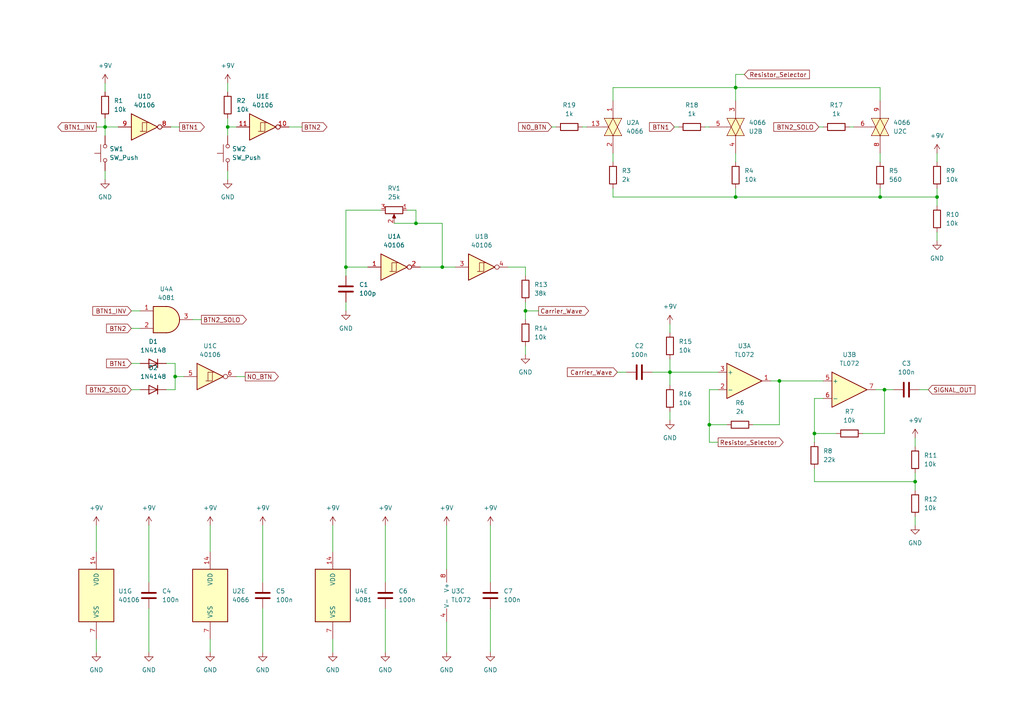
<source format=kicad_sch>
(kicad_sch (version 20230121) (generator eeschema)
  (paper "A4")
  (lib_symbols
    (symbol "4xxx:40106" (pin_names (offset 1.016))
      (property "Reference" "U" (at 0 1.27 0))
      (property "Value" "40106" (at 0 -1.27 0))
      (symbol "40106_1_0"
        (polyline (pts (xy -0.635 -1.27) (xy -0.635 1.27) (xy 0.635 1.27)))
        (polyline (pts (xy -3.81 3.81) (xy -3.81 -3.81) (xy 3.81 0) (xy -3.81 3.81)) (stroke (width 0.254)) (fill (type background)))
        (polyline (pts (xy -1.27 -1.27) (xy 0.635 -1.27) (xy 0.635 1.27) (xy 1.27 1.27)))
        (pin input line (at -7.62 0 0) (length 3.81) (name "~") (number "1"))
        (pin output inverted (at 7.62 0 180) (length 3.81) (name "~") (number "2"))
      )
      (symbol "40106_2_0"
        (polyline (pts (xy -0.635 -1.27) (xy -0.635 1.27) (xy 0.635 1.27)))
        (polyline (pts (xy -3.81 3.81) (xy -3.81 -3.81) (xy 3.81 0) (xy -3.81 3.81)) (stroke (width 0.254)) (fill (type background)))
        (polyline (pts (xy -1.27 -1.27) (xy 0.635 -1.27) (xy 0.635 1.27) (xy 1.27 1.27)))
        (pin input line (at -7.62 0 0) (length 3.81) (name "~") (number "3"))
        (pin output inverted (at 7.62 0 180) (length 3.81) (name "~") (number "4"))
      )
      (symbol "40106_3_0"
        (polyline (pts (xy -0.635 -1.27) (xy -0.635 1.27) (xy 0.635 1.27)))
        (polyline (pts (xy -3.81 3.81) (xy -3.81 -3.81) (xy 3.81 0) (xy -3.81 3.81)) (stroke (width 0.254)) (fill (type background)))
        (polyline (pts (xy -1.27 -1.27) (xy 0.635 -1.27) (xy 0.635 1.27) (xy 1.27 1.27)))
        (pin input line (at -7.62 0 0) (length 3.81) (name "~") (number "5"))
        (pin output inverted (at 7.62 0 180) (length 3.81) (name "~") (number "6"))
      )
      (symbol "40106_4_0"
        (polyline (pts (xy -0.635 -1.27) (xy -0.635 1.27) (xy 0.635 1.27)))
        (polyline (pts (xy -3.81 3.81) (xy -3.81 -3.81) (xy 3.81 0) (xy -3.81 3.81)) (stroke (width 0.254)) (fill (type background)))
        (polyline (pts (xy -1.27 -1.27) (xy 0.635 -1.27) (xy 0.635 1.27) (xy 1.27 1.27)))
        (pin output inverted (at 7.62 0 180) (length 3.81) (name "~") (number "8"))
        (pin input line (at -7.62 0 0) (length 3.81) (name "~") (number "9"))
      )
      (symbol "40106_5_0"
        (polyline (pts (xy -0.635 -1.27) (xy -0.635 1.27) (xy 0.635 1.27)))
        (polyline (pts (xy -3.81 3.81) (xy -3.81 -3.81) (xy 3.81 0) (xy -3.81 3.81)) (stroke (width 0.254)) (fill (type background)))
        (polyline (pts (xy -1.27 -1.27) (xy 0.635 -1.27) (xy 0.635 1.27) (xy 1.27 1.27)))
        (pin output inverted (at 7.62 0 180) (length 3.81) (name "~") (number "10"))
        (pin input line (at -7.62 0 0) (length 3.81) (name "~") (number "11"))
      )
      (symbol "40106_6_0"
        (polyline (pts (xy -0.635 -1.27) (xy -0.635 1.27) (xy 0.635 1.27)))
        (polyline (pts (xy -3.81 3.81) (xy -3.81 -3.81) (xy 3.81 0) (xy -3.81 3.81)) (stroke (width 0.254)) (fill (type background)))
        (polyline (pts (xy -1.27 -1.27) (xy 0.635 -1.27) (xy 0.635 1.27) (xy 1.27 1.27)))
        (pin output inverted (at 7.62 0 180) (length 3.81) (name "~") (number "12"))
        (pin input line (at -7.62 0 0) (length 3.81) (name "~") (number "13"))
      )
      (symbol "40106_7_0"
        (pin power_in line (at 0 12.7 270) (length 5.08) (name "VDD") (number "14"))
        (pin power_in line (at 0 -12.7 90) (length 5.08) (name "VSS") (number "7"))
      )
      (symbol "40106_7_1"
        (rectangle (start -5.08 7.62) (end 5.08 -7.62) (stroke (width 0.254)) (fill (type background)))
      )
    )
    (symbol "4xxx:4066" (pin_names (offset 1.016))
      (property "Reference" "U" (at -7.62 8.89 0))
      (property "Value" "4066" (at -7.62 -8.89 0))
      (symbol "4066_1_0"
        (polyline (pts (xy 0 1.27) (xy 0 2.54)) (stroke (width 0.1524)))
        (polyline (pts (xy -2.54 0) (xy 2.54 2.54) (xy 2.54 -2.54) (xy -2.54 0)) (fill (type background)))
        (polyline (pts (xy -2.54 2.54) (xy 2.54 0) (xy -2.54 -2.54) (xy -2.54 2.54)) (fill (type background)))
        (pin passive line (at -7.62 0 0) (length 5.08) (name "~") (number "1"))
        (pin input line (at 0 7.62 270) (length 5.08) (name "~") (number "13"))
        (pin passive line (at 7.62 0 180) (length 5.08) (name "~") (number "2"))
      )
      (symbol "4066_2_0"
        (polyline (pts (xy 0 1.27) (xy 0 2.54)) (stroke (width 0.1524)))
        (polyline (pts (xy -2.54 0) (xy 2.54 2.54) (xy 2.54 -2.54) (xy -2.54 0)) (fill (type background)))
        (polyline (pts (xy -2.54 2.54) (xy 2.54 0) (xy -2.54 -2.54) (xy -2.54 2.54)) (fill (type background)))
        (pin passive line (at 7.62 0 180) (length 5.08) (name "~") (number "3"))
        (pin passive line (at -7.62 0 0) (length 5.08) (name "~") (number "4"))
        (pin input line (at 0 7.62 270) (length 5.08) (name "~") (number "5"))
      )
      (symbol "4066_3_0"
        (polyline (pts (xy 0 1.27) (xy 0 2.54)) (stroke (width 0.1524)))
        (polyline (pts (xy -2.54 0) (xy 2.54 2.54) (xy 2.54 -2.54) (xy -2.54 0)) (fill (type background)))
        (polyline (pts (xy -2.54 2.54) (xy 2.54 0) (xy -2.54 -2.54) (xy -2.54 2.54)) (fill (type background)))
        (pin input line (at 0 7.62 270) (length 5.08) (name "~") (number "6"))
        (pin passive line (at -7.62 0 0) (length 5.08) (name "~") (number "8"))
        (pin passive line (at 7.62 0 180) (length 5.08) (name "~") (number "9"))
      )
      (symbol "4066_4_0"
        (polyline (pts (xy 0 1.27) (xy 0 2.54)) (stroke (width 0.1524)))
        (polyline (pts (xy -2.54 0) (xy 2.54 2.54) (xy 2.54 -2.54) (xy -2.54 0)) (fill (type background)))
        (polyline (pts (xy -2.54 2.54) (xy 2.54 0) (xy -2.54 -2.54) (xy -2.54 2.54)) (fill (type background)))
        (pin passive line (at 7.62 0 180) (length 5.08) (name "~") (number "10"))
        (pin passive line (at -7.62 0 0) (length 5.08) (name "~") (number "11"))
        (pin input line (at 0 7.62 270) (length 5.08) (name "~") (number "12"))
      )
      (symbol "4066_5_0"
        (pin power_in line (at 0 12.7 270) (length 5.08) (name "VDD") (number "14"))
        (pin power_in line (at 0 -12.7 90) (length 5.08) (name "VSS") (number "7"))
      )
      (symbol "4066_5_1"
        (rectangle (start -5.08 7.62) (end 5.08 -7.62) (stroke (width 0.254)) (fill (type background)))
      )
    )
    (symbol "4xxx:4081" (pin_names (offset 1.016))
      (property "Reference" "U" (at 0 1.27 0))
      (property "Value" "4081" (at 0 -1.27 0))
      (symbol "4081_1_1"
        (arc (start 0 -3.81) (mid 3.7934 0) (end 0 3.81) (stroke (width 0.254)) (fill (type background)))
        (polyline (pts (xy 0 3.81) (xy -3.81 3.81) (xy -3.81 -3.81) (xy 0 -3.81)) (stroke (width 0.254)) (fill (type background)))
        (pin input line (at -7.62 2.54 0) (length 3.81) (name "~") (number "1"))
        (pin input line (at -7.62 -2.54 0) (length 3.81) (name "~") (number "2"))
        (pin output line (at 7.62 0 180) (length 3.81) (name "~") (number "3"))
      )
      (symbol "4081_1_2"
        (arc (start -3.81 -3.81) (mid -2.589 0) (end -3.81 3.81) (stroke (width 0.254)))
        (arc (start -0.6096 -3.81) (mid 2.1842 -2.5851) (end 3.81 0) (stroke (width 0.254)) (fill (type background)))
        (polyline (pts (xy -3.81 -3.81) (xy -0.635 -3.81)) (stroke (width 0.254)) (fill (type background)))
        (polyline (pts (xy -3.81 3.81) (xy -0.635 3.81)) (stroke (width 0.254)) (fill (type background)))
        (polyline (pts (xy -0.635 3.81) (xy -3.81 3.81) (xy -3.81 3.81) (xy -3.556 3.4036) (xy -3.0226 2.2606) (xy -2.6924 1.0414) (xy -2.6162 -0.254) (xy -2.7686 -1.4986) (xy -3.175 -2.7178) (xy -3.81 -3.81) (xy -3.81 -3.81) (xy -0.635 -3.81)) (stroke (width -25.4)) (fill (type background)))
        (arc (start 3.81 0) (mid 2.1915 2.5936) (end -0.6096 3.81) (stroke (width 0.254)) (fill (type background)))
        (pin input inverted (at -7.62 2.54 0) (length 4.318) (name "~") (number "1"))
        (pin input inverted (at -7.62 -2.54 0) (length 4.318) (name "~") (number "2"))
        (pin output inverted (at 7.62 0 180) (length 3.81) (name "~") (number "3"))
      )
      (symbol "4081_2_1"
        (arc (start 0 -3.81) (mid 3.7934 0) (end 0 3.81) (stroke (width 0.254)) (fill (type background)))
        (polyline (pts (xy 0 3.81) (xy -3.81 3.81) (xy -3.81 -3.81) (xy 0 -3.81)) (stroke (width 0.254)) (fill (type background)))
        (pin output line (at 7.62 0 180) (length 3.81) (name "~") (number "4"))
        (pin input line (at -7.62 2.54 0) (length 3.81) (name "~") (number "5"))
        (pin input line (at -7.62 -2.54 0) (length 3.81) (name "~") (number "6"))
      )
      (symbol "4081_2_2"
        (arc (start -3.81 -3.81) (mid -2.589 0) (end -3.81 3.81) (stroke (width 0.254)))
        (arc (start -0.6096 -3.81) (mid 2.1842 -2.5851) (end 3.81 0) (stroke (width 0.254)) (fill (type background)))
        (polyline (pts (xy -3.81 -3.81) (xy -0.635 -3.81)) (stroke (width 0.254)) (fill (type background)))
        (polyline (pts (xy -3.81 3.81) (xy -0.635 3.81)) (stroke (width 0.254)) (fill (type background)))
        (polyline (pts (xy -0.635 3.81) (xy -3.81 3.81) (xy -3.81 3.81) (xy -3.556 3.4036) (xy -3.0226 2.2606) (xy -2.6924 1.0414) (xy -2.6162 -0.254) (xy -2.7686 -1.4986) (xy -3.175 -2.7178) (xy -3.81 -3.81) (xy -3.81 -3.81) (xy -0.635 -3.81)) (stroke (width -25.4)) (fill (type background)))
        (arc (start 3.81 0) (mid 2.1915 2.5936) (end -0.6096 3.81) (stroke (width 0.254)) (fill (type background)))
        (pin output inverted (at 7.62 0 180) (length 3.81) (name "~") (number "4"))
        (pin input inverted (at -7.62 2.54 0) (length 4.318) (name "~") (number "5"))
        (pin input inverted (at -7.62 -2.54 0) (length 4.318) (name "~") (number "6"))
      )
      (symbol "4081_3_1"
        (arc (start 0 -3.81) (mid 3.7934 0) (end 0 3.81) (stroke (width 0.254)) (fill (type background)))
        (polyline (pts (xy 0 3.81) (xy -3.81 3.81) (xy -3.81 -3.81) (xy 0 -3.81)) (stroke (width 0.254)) (fill (type background)))
        (pin output line (at 7.62 0 180) (length 3.81) (name "~") (number "10"))
        (pin input line (at -7.62 2.54 0) (length 3.81) (name "~") (number "8"))
        (pin input line (at -7.62 -2.54 0) (length 3.81) (name "~") (number "9"))
      )
      (symbol "4081_3_2"
        (arc (start -3.81 -3.81) (mid -2.589 0) (end -3.81 3.81) (stroke (width 0.254)))
        (arc (start -0.6096 -3.81) (mid 2.1842 -2.5851) (end 3.81 0) (stroke (width 0.254)) (fill (type background)))
        (polyline (pts (xy -3.81 -3.81) (xy -0.635 -3.81)) (stroke (width 0.254)) (fill (type background)))
        (polyline (pts (xy -3.81 3.81) (xy -0.635 3.81)) (stroke (width 0.254)) (fill (type background)))
        (polyline (pts (xy -0.635 3.81) (xy -3.81 3.81) (xy -3.81 3.81) (xy -3.556 3.4036) (xy -3.0226 2.2606) (xy -2.6924 1.0414) (xy -2.6162 -0.254) (xy -2.7686 -1.4986) (xy -3.175 -2.7178) (xy -3.81 -3.81) (xy -3.81 -3.81) (xy -0.635 -3.81)) (stroke (width -25.4)) (fill (type background)))
        (arc (start 3.81 0) (mid 2.1915 2.5936) (end -0.6096 3.81) (stroke (width 0.254)) (fill (type background)))
        (pin output inverted (at 7.62 0 180) (length 3.81) (name "~") (number "10"))
        (pin input inverted (at -7.62 2.54 0) (length 4.318) (name "~") (number "8"))
        (pin input inverted (at -7.62 -2.54 0) (length 4.318) (name "~") (number "9"))
      )
      (symbol "4081_4_1"
        (arc (start 0 -3.81) (mid 3.7934 0) (end 0 3.81) (stroke (width 0.254)) (fill (type background)))
        (polyline (pts (xy 0 3.81) (xy -3.81 3.81) (xy -3.81 -3.81) (xy 0 -3.81)) (stroke (width 0.254)) (fill (type background)))
        (pin output line (at 7.62 0 180) (length 3.81) (name "~") (number "11"))
        (pin input line (at -7.62 2.54 0) (length 3.81) (name "~") (number "12"))
        (pin input line (at -7.62 -2.54 0) (length 3.81) (name "~") (number "13"))
      )
      (symbol "4081_4_2"
        (arc (start -3.81 -3.81) (mid -2.589 0) (end -3.81 3.81) (stroke (width 0.254)))
        (arc (start -0.6096 -3.81) (mid 2.1842 -2.5851) (end 3.81 0) (stroke (width 0.254)) (fill (type background)))
        (polyline (pts (xy -3.81 -3.81) (xy -0.635 -3.81)) (stroke (width 0.254)) (fill (type background)))
        (polyline (pts (xy -3.81 3.81) (xy -0.635 3.81)) (stroke (width 0.254)) (fill (type background)))
        (polyline (pts (xy -0.635 3.81) (xy -3.81 3.81) (xy -3.81 3.81) (xy -3.556 3.4036) (xy -3.0226 2.2606) (xy -2.6924 1.0414) (xy -2.6162 -0.254) (xy -2.7686 -1.4986) (xy -3.175 -2.7178) (xy -3.81 -3.81) (xy -3.81 -3.81) (xy -0.635 -3.81)) (stroke (width -25.4)) (fill (type background)))
        (arc (start 3.81 0) (mid 2.1915 2.5936) (end -0.6096 3.81) (stroke (width 0.254)) (fill (type background)))
        (pin output inverted (at 7.62 0 180) (length 3.81) (name "~") (number "11"))
        (pin input inverted (at -7.62 2.54 0) (length 4.318) (name "~") (number "12"))
        (pin input inverted (at -7.62 -2.54 0) (length 4.318) (name "~") (number "13"))
      )
      (symbol "4081_5_0"
        (pin power_in line (at 0 12.7 270) (length 5.08) (name "VDD") (number "14"))
        (pin power_in line (at 0 -12.7 90) (length 5.08) (name "VSS") (number "7"))
      )
      (symbol "4081_5_1"
        (rectangle (start -5.08 7.62) (end 5.08 -7.62) (stroke (width 0.254)) (fill (type background)))
      )
    )
    (symbol "Amplifier_Operational:TL072" (pin_names (offset 0.127))
      (property "Reference" "U" (at 0 5.08 0))
      (property "Value" "TL072" (at 0 -5.08 0))
      (symbol "TL072_1_1"
        (polyline (pts (xy -5.08 5.08) (xy 5.08 0) (xy -5.08 -5.08) (xy -5.08 5.08)) (stroke (width 0.254)) (fill (type background)))
        (pin output line (at 7.62 0 180) (length 2.54) (name "~") (number "1"))
        (pin input line (at -7.62 -2.54 0) (length 2.54) (name "-") (number "2"))
        (pin input line (at -7.62 2.54 0) (length 2.54) (name "+") (number "3"))
      )
      (symbol "TL072_2_1"
        (polyline (pts (xy -5.08 5.08) (xy 5.08 0) (xy -5.08 -5.08) (xy -5.08 5.08)) (stroke (width 0.254)) (fill (type background)))
        (pin input line (at -7.62 2.54 0) (length 2.54) (name "+") (number "5"))
        (pin input line (at -7.62 -2.54 0) (length 2.54) (name "-") (number "6"))
        (pin output line (at 7.62 0 180) (length 2.54) (name "~") (number "7"))
      )
      (symbol "TL072_3_1"
        (pin power_in line (at -2.54 -7.62 90) (length 3.81) (name "V-") (number "4"))
        (pin power_in line (at -2.54 7.62 270) (length 3.81) (name "V+") (number "8"))
      )
    )
    (symbol "Device:C" (pin_numbers hide) (pin_names (offset 0.254))
      (property "Reference" "C" (at 0.635 2.54 0))
      (property "Value" "C" (at 0.635 -2.54 0))
      (symbol "C_0_1"
        (polyline (pts (xy -2.032 -0.762) (xy 2.032 -0.762)) (stroke (width 0.508)))
        (polyline (pts (xy -2.032 0.762) (xy 2.032 0.762)) (stroke (width 0.508)))
      )
      (symbol "C_1_1"
        (pin passive line (at 0 3.81 270) (length 2.794) (name "~") (number "1"))
        (pin passive line (at 0 -3.81 90) (length 2.794) (name "~") (number "2"))
      )
    )
    (symbol "Device:R" (pin_numbers hide) (pin_names (offset 0))
      (property "Reference" "R" (at 2.032 0 90))
      (property "Value" "R" (at 0 0 90))
      (symbol "R_0_1"
        (rectangle (start -1.016 -2.54) (end 1.016 2.54) (stroke (width 0.254)))
      )
      (symbol "R_1_1"
        (pin passive line (at 0 3.81 270) (length 1.27) (name "~") (number "1"))
        (pin passive line (at 0 -3.81 90) (length 1.27) (name "~") (number "2"))
      )
    )
    (symbol "Device:R_Potentiometer" (pin_names (offset 1.016) hide)
      (property "Reference" "RV" (at -4.445 0 90))
      (property "Value" "R_Potentiometer" (at -2.54 0 90))
      (symbol "R_Potentiometer_0_1"
        (polyline (pts (xy 2.54 0) (xy 1.524 0)))
        (polyline (pts (xy 1.143 0) (xy 2.286 0.508) (xy 2.286 -0.508) (xy 1.143 0)) (fill (type outline)))
        (rectangle (start 1.016 2.54) (end -1.016 -2.54) (stroke (width 0.254)))
      )
      (symbol "R_Potentiometer_1_1"
        (pin passive line (at 0 3.81 270) (length 1.27) (name "1") (number "1"))
        (pin passive line (at 3.81 0 180) (length 1.27) (name "2") (number "2"))
        (pin passive line (at 0 -3.81 90) (length 1.27) (name "3") (number "3"))
      )
    )
    (symbol "Diode:1N4148" (pin_numbers hide) (pin_names hide)
      (property "Reference" "D" (at 0 2.54 0))
      (property "Value" "1N4148" (at 0 -2.54 0))
      (symbol "1N4148_0_1"
        (polyline (pts (xy -1.27 1.27) (xy -1.27 -1.27)) (stroke (width 0.254)))
        (polyline (pts (xy 1.27 0) (xy -1.27 0)))
        (polyline (pts (xy 1.27 1.27) (xy 1.27 -1.27) (xy -1.27 0) (xy 1.27 1.27)) (stroke (width 0.254)))
      )
      (symbol "1N4148_1_1"
        (pin passive line (at -3.81 0 0) (length 2.54) (name "K") (number "1"))
        (pin passive line (at 3.81 0 180) (length 2.54) (name "A") (number "2"))
      )
    )
    (symbol "Switch:SW_Push" (pin_numbers hide) (pin_names (offset 1.016) hide)
      (property "Reference" "SW" (at 1.27 2.54 0))
      (property "Value" "SW_Push" (at 0 -1.524 0))
      (symbol "SW_Push_0_1"
        (circle (center -2.032 0) (radius 0.508))
        (polyline (pts (xy 0 1.27) (xy 0 3.048)))
        (polyline (pts (xy 2.54 1.27) (xy -2.54 1.27)))
        (circle (center 2.032 0) (radius 0.508))
        (pin passive line (at -5.08 0 0) (length 2.54) (name "1") (number "1"))
        (pin passive line (at 5.08 0 180) (length 2.54) (name "2") (number "2"))
      )
    )
    (symbol "power:+9V" (power) (pin_names (offset 0))
      (property "Value" "+9V" (at 0 3.556 0))
      (symbol "+9V_0_1"
        (polyline (pts (xy -0.762 1.27) (xy 0 2.54)))
        (polyline (pts (xy 0 0) (xy 0 2.54)))
        (polyline (pts (xy 0 2.54) (xy 0.762 1.27)))
      )
      (symbol "+9V_1_1"
        (pin power_in line (at 0 0 90) (length 0) hide (name "+9V") (number "1"))
      )
    )
    (symbol "power:GND" (power) (pin_names (offset 0))
      (property "Value" "GND" (at 0 -3.81 0))
      (symbol "GND_0_1"
        (polyline (pts (xy 0 0) (xy 0 -1.27) (xy 1.27 -1.27) (xy 0 -2.54) (xy -1.27 -1.27) (xy 0 -1.27)))
      )
      (symbol "GND_1_1"
        (pin power_in line (at 0 0 270) (length 0) hide (name "GND") (number "1"))
      )
    )
  )
  (junction (at 271.78 57.15))
  (junction (at 255.27 57.15))
  (junction (at 120.65 64.77))
  (junction (at 226.06 110.49))
  (junction (at 66.04 36.83))
  (junction (at 152.4 90.17))
  (junction (at 265.43 139.7))
  (junction (at 50.8 109.22))
  (junction (at 213.36 57.15))
  (junction (at 30.48 36.83))
  (junction (at 194.31 107.95))
  (junction (at 256.54 113.03))
  (junction (at 213.36 25.4))
  (junction (at 128.27 77.47))
  (junction (at 100.33 77.47))
  (junction (at 205.74 123.19))
  (junction (at 236.22 125.73))
  (wire (pts (xy 271.78 57.15) (xy 271.78 59.69)))
  (wire (pts (xy 66.04 24.13) (xy 66.04 26.67)))
  (wire (pts (xy 194.31 107.95) (xy 208.28 107.95)))
  (wire (pts (xy 255.27 54.61) (xy 255.27 57.15)))
  (wire (pts (xy 43.18 176.53) (xy 43.18 189.23)))
  (wire (pts (xy 205.74 128.27) (xy 205.74 123.19)))
  (wire (pts (xy 152.4 90.17) (xy 152.4 87.63)))
  (wire (pts (xy 194.31 104.14) (xy 194.31 107.95)))
  (wire (pts (xy 27.94 152.4) (xy 27.94 160.02)))
  (wire (pts (xy 53.34 109.22) (xy 50.8 109.22)))
  (wire (pts (xy 38.1 113.03) (xy 40.64 113.03)))
  (wire (pts (xy 68.58 109.22) (xy 71.12 109.22)))
  (wire (pts (xy 213.36 54.61) (xy 213.36 57.15)))
  (wire (pts (xy 30.48 36.83) (xy 34.29 36.83)))
  (wire (pts (xy 129.54 152.4) (xy 129.54 165.1)))
  (wire (pts (xy 265.43 149.86) (xy 265.43 152.4)))
  (wire (pts (xy 142.24 176.53) (xy 142.24 189.23)))
  (wire (pts (xy 265.43 137.16) (xy 265.43 139.7)))
  (wire (pts (xy 213.36 57.15) (xy 255.27 57.15)))
  (wire (pts (xy 266.7 113.03) (xy 269.24 113.03)))
  (wire (pts (xy 142.24 152.4) (xy 142.24 168.91)))
  (wire (pts (xy 100.33 60.96) (xy 110.49 60.96)))
  (wire (pts (xy 256.54 113.03) (xy 259.08 113.03)))
  (wire (pts (xy 177.8 29.21) (xy 177.8 25.4)))
  (wire (pts (xy 120.65 60.96) (xy 120.65 64.77)))
  (wire (pts (xy 66.04 34.29) (xy 66.04 36.83)))
  (wire (pts (xy 208.28 128.27) (xy 205.74 128.27)))
  (wire (pts (xy 177.8 57.15) (xy 213.36 57.15)))
  (wire (pts (xy 27.94 185.42) (xy 27.94 189.23)))
  (wire (pts (xy 118.11 60.96) (xy 120.65 60.96)))
  (wire (pts (xy 50.8 113.03) (xy 48.26 113.03)))
  (wire (pts (xy 30.48 36.83) (xy 30.48 39.37)))
  (wire (pts (xy 210.82 123.19) (xy 205.74 123.19)))
  (wire (pts (xy 152.4 90.17) (xy 156.21 90.17)))
  (wire (pts (xy 218.44 123.19) (xy 226.06 123.19)))
  (wire (pts (xy 49.53 36.83) (xy 52.07 36.83)))
  (wire (pts (xy 236.22 125.73) (xy 236.22 128.27)))
  (wire (pts (xy 205.74 123.19) (xy 205.74 113.03)))
  (wire (pts (xy 48.26 105.41) (xy 50.8 105.41)))
  (wire (pts (xy 256.54 125.73) (xy 250.19 125.73)))
  (wire (pts (xy 168.91 36.83) (xy 170.18 36.83)))
  (wire (pts (xy 255.27 44.45) (xy 255.27 46.99)))
  (wire (pts (xy 66.04 36.83) (xy 66.04 39.37)))
  (wire (pts (xy 204.47 36.83) (xy 205.74 36.83)))
  (wire (pts (xy 265.43 127) (xy 265.43 129.54)))
  (wire (pts (xy 83.82 36.83) (xy 87.63 36.83)))
  (wire (pts (xy 255.27 25.4) (xy 255.27 29.21)))
  (wire (pts (xy 100.33 77.47) (xy 100.33 80.01)))
  (wire (pts (xy 100.33 77.47) (xy 106.68 77.47)))
  (wire (pts (xy 152.4 80.01) (xy 152.4 77.47)))
  (wire (pts (xy 30.48 34.29) (xy 30.48 36.83)))
  (wire (pts (xy 213.36 25.4) (xy 255.27 25.4)))
  (wire (pts (xy 236.22 115.57) (xy 236.22 125.73)))
  (wire (pts (xy 271.78 57.15) (xy 255.27 57.15)))
  (wire (pts (xy 114.3 64.77) (xy 120.65 64.77)))
  (wire (pts (xy 50.8 105.41) (xy 50.8 109.22)))
  (wire (pts (xy 177.8 25.4) (xy 213.36 25.4)))
  (wire (pts (xy 160.02 36.83) (xy 161.29 36.83)))
  (wire (pts (xy 236.22 125.73) (xy 242.57 125.73)))
  (wire (pts (xy 194.31 107.95) (xy 194.31 111.76)))
  (wire (pts (xy 129.54 180.34) (xy 129.54 189.23)))
  (wire (pts (xy 265.43 139.7) (xy 265.43 142.24)))
  (wire (pts (xy 147.32 77.47) (xy 152.4 77.47)))
  (wire (pts (xy 111.76 152.4) (xy 111.76 168.91)))
  (wire (pts (xy 152.4 102.87) (xy 152.4 100.33)))
  (wire (pts (xy 213.36 44.45) (xy 213.36 46.99)))
  (wire (pts (xy 195.58 36.83) (xy 196.85 36.83)))
  (wire (pts (xy 194.31 119.38) (xy 194.31 121.92)))
  (wire (pts (xy 189.23 107.95) (xy 194.31 107.95)))
  (wire (pts (xy 120.65 64.77) (xy 128.27 64.77)))
  (wire (pts (xy 100.33 87.63) (xy 100.33 90.17)))
  (wire (pts (xy 30.48 24.13) (xy 30.48 26.67)))
  (wire (pts (xy 226.06 110.49) (xy 238.76 110.49)))
  (wire (pts (xy 50.8 109.22) (xy 50.8 113.03)))
  (wire (pts (xy 55.88 92.71) (xy 58.42 92.71)))
  (wire (pts (xy 215.9 21.59) (xy 213.36 21.59)))
  (wire (pts (xy 96.52 152.4) (xy 96.52 160.02)))
  (wire (pts (xy 27.94 36.83) (xy 30.48 36.83)))
  (wire (pts (xy 213.36 25.4) (xy 213.36 29.21)))
  (wire (pts (xy 121.92 77.47) (xy 128.27 77.47)))
  (wire (pts (xy 236.22 135.89) (xy 236.22 139.7)))
  (wire (pts (xy 100.33 60.96) (xy 100.33 77.47)))
  (wire (pts (xy 38.1 90.17) (xy 40.64 90.17)))
  (wire (pts (xy 66.04 36.83) (xy 68.58 36.83)))
  (wire (pts (xy 60.96 152.4) (xy 60.96 160.02)))
  (wire (pts (xy 205.74 113.03) (xy 208.28 113.03)))
  (wire (pts (xy 38.1 95.25) (xy 40.64 95.25)))
  (wire (pts (xy 128.27 64.77) (xy 128.27 77.47)))
  (wire (pts (xy 76.2 152.4) (xy 76.2 168.91)))
  (wire (pts (xy 223.52 110.49) (xy 226.06 110.49)))
  (wire (pts (xy 177.8 54.61) (xy 177.8 57.15)))
  (wire (pts (xy 38.1 105.41) (xy 40.64 105.41)))
  (wire (pts (xy 60.96 185.42) (xy 60.96 189.23)))
  (wire (pts (xy 236.22 139.7) (xy 265.43 139.7)))
  (wire (pts (xy 76.2 176.53) (xy 76.2 189.23)))
  (wire (pts (xy 66.04 49.53) (xy 66.04 52.07)))
  (wire (pts (xy 271.78 54.61) (xy 271.78 57.15)))
  (wire (pts (xy 256.54 113.03) (xy 256.54 125.73)))
  (wire (pts (xy 96.52 185.42) (xy 96.52 189.23)))
  (wire (pts (xy 194.31 93.98) (xy 194.31 96.52)))
  (wire (pts (xy 256.54 113.03) (xy 254 113.03)))
  (wire (pts (xy 213.36 21.59) (xy 213.36 25.4)))
  (wire (pts (xy 111.76 176.53) (xy 111.76 189.23)))
  (wire (pts (xy 177.8 44.45) (xy 177.8 46.99)))
  (wire (pts (xy 30.48 49.53) (xy 30.48 52.07)))
  (wire (pts (xy 43.18 152.4) (xy 43.18 168.91)))
  (wire (pts (xy 271.78 44.45) (xy 271.78 46.99)))
  (wire (pts (xy 246.38 36.83) (xy 247.65 36.83)))
  (wire (pts (xy 237.49 36.83) (xy 238.76 36.83)))
  (wire (pts (xy 226.06 123.19) (xy 226.06 110.49)))
  (wire (pts (xy 179.07 107.95) (xy 181.61 107.95)))
  (wire (pts (xy 152.4 92.71) (xy 152.4 90.17)))
  (wire (pts (xy 128.27 77.47) (xy 132.08 77.47)))
  (wire (pts (xy 271.78 67.31) (xy 271.78 69.85)))
  (wire (pts (xy 238.76 115.57) (xy 236.22 115.57)))
  (global_label "NO_BTN" (shape input) (at 160.02 36.83 180) (property "Intersheetrefs" "${INTERSHEET_REFS}" (effects hide)))
  (global_label "BTN1" (shape output) (at 52.07 36.83 0) (property "Intersheetrefs" "${INTERSHEET_REFS}" (effects hide)))
  (global_label "BTN2" (shape input) (at 38.1 95.25 180) (property "Intersheetrefs" "${INTERSHEET_REFS}" (effects hide)))
  (global_label "BTN1_INV" (shape input) (at 38.1 90.17 180) (property "Intersheetrefs" "${INTERSHEET_REFS}" (effects hide)))
  (global_label "BTN2_SOLO" (shape output) (at 58.42 92.71 0) (property "Intersheetrefs" "${INTERSHEET_REFS}" (effects hide)))
  (global_label "NO_BTN" (shape output) (at 71.12 109.22 0) (property "Intersheetrefs" "${INTERSHEET_REFS}" (effects hide)))
  (global_label "BTN2" (shape output) (at 87.63 36.83 0) (property "Intersheetrefs" "${INTERSHEET_REFS}" (effects hide)))
  (global_label "BTN2_SOLO" (shape input) (at 237.49 36.83 180) (property "Intersheetrefs" "${INTERSHEET_REFS}" (effects hide)))
  (global_label "BTN1" (shape input) (at 195.58 36.83 180) (property "Intersheetrefs" "${INTERSHEET_REFS}" (effects hide)))
  (global_label "SIGNAL_OUT" (shape input) (at 269.24 113.03 0) (property "Intersheetrefs" "${INTERSHEET_REFS}" (effects hide)))
  (global_label "Carrier_Wave" (shape output) (at 156.21 90.17 0) (property "Intersheetrefs" "${INTERSHEET_REFS}" (effects hide)))
  (global_label "Resistor_Selector" (shape input) (at 215.9 21.59 0) (property "Intersheetrefs" "${INTERSHEET_REFS}" (effects hide)))
  (global_label "BTN1_INV" (shape output) (at 27.94 36.83 180) (property "Intersheetrefs" "${INTERSHEET_REFS}" (effects hide)))
  (global_label "BTN1" (shape input) (at 38.1 105.41 180) (property "Intersheetrefs" "${INTERSHEET_REFS}" (effects hide)))
  (global_label "Carrier_Wave" (shape input) (at 179.07 107.95 180) (property "Intersheetrefs" "${INTERSHEET_REFS}" (effects hide)))
  (global_label "Resistor_Selector" (shape output) (at 208.28 128.27 0) (property "Intersheetrefs" "${INTERSHEET_REFS}" (effects hide)))
  (global_label "BTN2_SOLO" (shape input) (at 38.1 113.03 180) (property "Intersheetrefs" "${INTERSHEET_REFS}" (effects hide)))
  (symbol (lib_id "power:GND") (at 66.04 52.07 0) (unit 1)
    (property "Reference" "#PWR04" (effects hide))
    (property "Value" "GND" (at 66.04 57.15 0))
  )
  (symbol (lib_id "Device:R") (at 213.36 50.8 0) (unit 1)
    (property "Reference" "R4" (at 215.9 49.53 0) (effects (justify left)))
    (property "Value" "10k" (at 215.9 52.07 0) (effects (justify left)))
  )
  (symbol (lib_id "Device:R") (at 271.78 50.8 0) (unit 1)
    (property "Reference" "R9" (at 274.32 49.53 0) (effects (justify left)))
    (property "Value" "10k" (at 274.32 52.07 0) (effects (justify left)))
  )
  (symbol (lib_id "Amplifier_Operational:TL072") (at 246.38 113.03 0) (unit 2)
    (property "Reference" "U3" (at 246.38 102.87 0))
    (property "Value" "TL072" (at 246.38 105.41 0))
    (property "Datasheet" "http://www.ti.com/lit/ds/symlink/tl071.pdf" (effects hide))
  )
  (symbol (lib_id "4xxx:4066") (at 255.27 36.83 90) (unit 3)
    (property "Reference" "U2" (at 259.08 38.1 90) (effects (justify right)))
    (property "Value" "4066" (at 259.08 35.56 90) (effects (justify right)))
    (property "Datasheet" "http://www.ti.com/lit/ds/symlink/cd4066b.pdf" (effects hide))
  )
  (symbol (lib_id "power:GND") (at 194.31 121.92 0) (unit 1)
    (property "Reference" "#PWR011" (effects hide))
    (property "Value" "GND" (at 194.31 127 0))
  )
  (symbol (lib_id "power:GND") (at 96.52 189.23 0) (unit 1)
    (property "Reference" "#PWR025" (effects hide))
    (property "Value" "GND" (at 96.52 194.31 0))
  )
  (symbol (lib_id "Device:C") (at 76.2 172.72 0) (unit 1)
    (property "Reference" "C5" (at 80.01 171.45 0) (effects (justify left)))
    (property "Value" "100n" (at 80.01 173.99 0) (effects (justify left)))
  )
  (symbol (lib_id "Amplifier_Operational:TL072") (at 132.08 172.72 0) (unit 3)
    (property "Reference" "U3" (at 130.81 171.45 0) (effects (justify left)))
    (property "Value" "TL072" (at 130.81 173.99 0) (effects (justify left)))
    (property "Datasheet" "http://www.ti.com/lit/ds/symlink/tl071.pdf" (effects hide))
  )
  (symbol (lib_id "Diode:1N4148") (at 44.45 105.41 180) (unit 1)
    (property "Reference" "D1" (at 44.45 99.06 0))
    (property "Value" "1N4148" (at 44.45 101.6 0))
    (property "Footprint" "Diode_THT:D_DO-35_SOD27_P7.62mm_Horizontal" (effects hide))
    (property "Datasheet" "https://assets.nexperia.com/documents/data-sheet/1N4148_1N4448.pdf" (effects hide))
    (property "Sim.Device" "D" (effects hide))
    (property "Sim.Pins" "1=K 2=A" (effects hide))
  )
  (symbol (lib_id "Amplifier_Operational:TL072") (at 215.9 110.49 0) (unit 1)
    (property "Reference" "U3" (at 215.9 100.33 0))
    (property "Value" "TL072" (at 215.9 102.87 0))
    (property "Datasheet" "http://www.ti.com/lit/ds/symlink/tl071.pdf" (effects hide))
  )
  (symbol (lib_id "power:+9V") (at 129.54 152.4 0) (unit 1)
    (property "Reference" "#PWR019" (effects hide))
    (property "Value" "+9V" (at 129.54 147.32 0))
  )
  (symbol (lib_id "Device:R") (at 200.66 36.83 90) (unit 1)
    (property "Reference" "R18" (at 200.66 30.48 90))
    (property "Value" "1k" (at 200.66 33.02 90))
  )
  (symbol (lib_id "power:GND") (at 43.18 189.23 0) (unit 1)
    (property "Reference" "#PWR022" (effects hide))
    (property "Value" "GND" (at 43.18 194.31 0))
  )
  (symbol (lib_id "Device:R") (at 214.63 123.19 90) (unit 1)
    (property "Reference" "R6" (at 214.63 116.84 90))
    (property "Value" "2k" (at 214.63 119.38 90))
  )
  (symbol (lib_id "Device:R") (at 165.1 36.83 90) (unit 1)
    (property "Reference" "R19" (at 165.1 30.48 90))
    (property "Value" "1k" (at 165.1 33.02 90))
  )
  (symbol (lib_id "4xxx:40106") (at 76.2 36.83 0) (unit 5)
    (property "Reference" "U1" (at 76.2 27.94 0))
    (property "Value" "40106" (at 76.2 30.48 0))
    (property "Datasheet" "https://assets.nexperia.com/documents/data-sheet/HEF40106B.pdf" (effects hide))
  )
  (symbol (lib_id "Device:R") (at 265.43 146.05 0) (unit 1)
    (property "Reference" "R12" (at 267.97 144.78 0) (effects (justify left)))
    (property "Value" "10k" (at 267.97 147.32 0) (effects (justify left)))
  )
  (symbol (lib_id "power:+9V") (at 271.78 44.45 0) (unit 1)
    (property "Reference" "#PWR05" (effects hide))
    (property "Value" "+9V" (at 271.78 39.37 0))
  )
  (symbol (lib_id "4xxx:40106") (at 60.96 109.22 0) (unit 3)
    (property "Reference" "U1" (at 60.96 100.33 0))
    (property "Value" "40106" (at 60.96 102.87 0))
    (property "Datasheet" "https://assets.nexperia.com/documents/data-sheet/HEF40106B.pdf" (effects hide))
  )
  (symbol (lib_id "power:+9V") (at 265.43 127 0) (unit 1)
    (property "Reference" "#PWR07" (effects hide))
    (property "Value" "+9V" (at 265.43 121.92 0))
  )
  (symbol (lib_id "power:GND") (at 142.24 189.23 0) (unit 1)
    (property "Reference" "#PWR028" (effects hide))
    (property "Value" "GND" (at 142.24 194.31 0))
  )
  (symbol (lib_id "Device:C") (at 142.24 172.72 0) (unit 1)
    (property "Reference" "C7" (at 146.05 171.45 0) (effects (justify left)))
    (property "Value" "100n" (at 146.05 173.99 0) (effects (justify left)))
  )
  (symbol (lib_id "Device:R") (at 265.43 133.35 0) (unit 1)
    (property "Reference" "R11" (at 267.97 132.08 0) (effects (justify left)))
    (property "Value" "10k" (at 267.97 134.62 0) (effects (justify left)))
  )
  (symbol (lib_id "4xxx:40106") (at 114.3 77.47 0) (unit 1)
    (property "Reference" "U1" (at 114.3 68.58 0))
    (property "Value" "40106" (at 114.3 71.12 0))
    (property "Datasheet" "https://assets.nexperia.com/documents/data-sheet/HEF40106B.pdf" (effects hide))
  )
  (symbol (lib_id "power:+9V") (at 43.18 152.4 0) (unit 1)
    (property "Reference" "#PWR014" (effects hide))
    (property "Value" "+9V" (at 43.18 147.32 0))
  )
  (symbol (lib_id "Device:R") (at 236.22 132.08 0) (unit 1)
    (property "Reference" "R8" (at 238.76 130.81 0) (effects (justify left)))
    (property "Value" "22k" (at 238.76 133.35 0) (effects (justify left)))
  )
  (symbol (lib_id "power:+9V") (at 60.96 152.4 0) (unit 1)
    (property "Reference" "#PWR015" (effects hide))
    (property "Value" "+9V" (at 60.96 147.32 0))
  )
  (symbol (lib_id "Device:R_Potentiometer") (at 114.3 60.96 270) (unit 1)
    (property "Reference" "RV1" (at 114.3 54.61 90))
    (property "Value" "25k" (at 114.3 57.15 90))
  )
  (symbol (lib_id "power:GND") (at 271.78 69.85 0) (unit 1)
    (property "Reference" "#PWR06" (effects hide))
    (property "Value" "GND" (at 271.78 74.93 0))
  )
  (symbol (lib_id "power:+9V") (at 194.31 93.98 0) (unit 1)
    (property "Reference" "#PWR012" (effects hide))
    (property "Value" "+9V" (at 194.31 88.9 0))
  )
  (symbol (lib_id "power:+9V") (at 111.76 152.4 0) (unit 1)
    (property "Reference" "#PWR018" (effects hide))
    (property "Value" "+9V" (at 111.76 147.32 0))
  )
  (symbol (lib_id "Device:R") (at 177.8 50.8 0) (unit 1)
    (property "Reference" "R3" (at 180.34 49.53 0) (effects (justify left)))
    (property "Value" "2k" (at 180.34 52.07 0) (effects (justify left)))
  )
  (symbol (lib_id "power:+9V") (at 30.48 24.13 0) (unit 1)
    (property "Reference" "#PWR01" (effects hide))
    (property "Value" "+9V" (at 30.48 19.05 0))
  )
  (symbol (lib_id "4xxx:40106") (at 139.7 77.47 0) (unit 2)
    (property "Reference" "U1" (at 139.7 68.58 0))
    (property "Value" "40106" (at 139.7 71.12 0))
    (property "Datasheet" "https://assets.nexperia.com/documents/data-sheet/HEF40106B.pdf" (effects hide))
  )
  (symbol (lib_id "Device:R") (at 194.31 100.33 0) (unit 1)
    (property "Reference" "R15" (at 196.85 99.06 0) (effects (justify left)))
    (property "Value" "10k" (at 196.85 101.6 0) (effects (justify left)))
  )
  (symbol (lib_id "Device:R") (at 194.31 115.57 0) (unit 1)
    (property "Reference" "R16" (at 196.85 114.3 0) (effects (justify left)))
    (property "Value" "10k" (at 196.85 116.84 0) (effects (justify left)))
  )
  (symbol (lib_id "Device:C") (at 185.42 107.95 90) (unit 1)
    (property "Reference" "C2" (at 185.42 100.33 90))
    (property "Value" "100n" (at 185.42 102.87 90))
  )
  (symbol (lib_id "power:+9V") (at 66.04 24.13 0) (unit 1)
    (property "Reference" "#PWR03" (effects hide))
    (property "Value" "+9V" (at 66.04 19.05 0))
  )
  (symbol (lib_id "Device:C") (at 262.89 113.03 90) (unit 1)
    (property "Reference" "C3" (at 262.89 105.41 90))
    (property "Value" "100n" (at 262.89 107.95 90))
  )
  (symbol (lib_id "Device:R") (at 152.4 83.82 0) (unit 1)
    (property "Reference" "R13" (at 154.94 82.55 0) (effects (justify left)))
    (property "Value" "38k" (at 154.94 85.09 0) (effects (justify left)))
  )
  (symbol (lib_id "power:GND") (at 152.4 102.87 0) (unit 1)
    (property "Reference" "#PWR010" (effects hide))
    (property "Value" "GND" (at 152.4 107.95 0))
  )
  (symbol (lib_id "Device:C") (at 111.76 172.72 0) (unit 1)
    (property "Reference" "C6" (at 115.57 171.45 0) (effects (justify left)))
    (property "Value" "100n" (at 115.57 173.99 0) (effects (justify left)))
  )
  (symbol (lib_id "4xxx:4081") (at 48.26 92.71 0) (unit 1)
    (property "Reference" "U4" (at 48.2517 83.82 0))
    (property "Value" "4081" (at 48.2517 86.36 0))
    (property "Datasheet" "http://www.intersil.com/content/dam/Intersil/documents/cd40/cd4073bms-81bms-82bms.pdf" (effects hide))
  )
  (symbol (lib_id "Device:R") (at 246.38 125.73 90) (unit 1)
    (property "Reference" "R7" (at 246.38 119.38 90))
    (property "Value" "10k" (at 246.38 121.92 90))
  )
  (symbol (lib_id "Device:C") (at 100.33 83.82 0) (unit 1)
    (property "Reference" "C1" (at 104.14 82.55 0) (effects (justify left)))
    (property "Value" "100p" (at 104.14 85.09 0) (effects (justify left)))
  )
  (symbol (lib_id "power:GND") (at 27.94 189.23 0) (unit 1)
    (property "Reference" "#PWR021" (effects hide))
    (property "Value" "GND" (at 27.94 194.31 0))
  )
  (symbol (lib_id "Device:R") (at 271.78 63.5 0) (unit 1)
    (property "Reference" "R10" (at 274.32 62.23 0) (effects (justify left)))
    (property "Value" "10k" (at 274.32 64.77 0) (effects (justify left)))
  )
  (symbol (lib_id "power:GND") (at 100.33 90.17 0) (unit 1)
    (property "Reference" "#PWR08" (effects hide))
    (property "Value" "GND" (at 100.33 95.25 0))
  )
  (symbol (lib_id "Diode:1N4148") (at 44.45 113.03 180) (unit 1)
    (property "Reference" "D2" (at 44.45 106.68 0))
    (property "Value" "1N4148" (at 44.45 109.22 0))
    (property "Footprint" "Diode_THT:D_DO-35_SOD27_P7.62mm_Horizontal" (effects hide))
    (property "Datasheet" "https://assets.nexperia.com/documents/data-sheet/1N4148_1N4448.pdf" (effects hide))
    (property "Sim.Device" "D" (effects hide))
    (property "Sim.Pins" "1=K 2=A" (effects hide))
  )
  (symbol (lib_id "4xxx:40106") (at 27.94 172.72 0) (unit 7)
    (property "Reference" "U1" (at 34.29 171.45 0) (effects (justify left)))
    (property "Value" "40106" (at 34.29 173.99 0) (effects (justify left)))
    (property "Datasheet" "https://assets.nexperia.com/documents/data-sheet/HEF40106B.pdf" (effects hide))
  )
  (symbol (lib_id "Device:R") (at 242.57 36.83 90) (unit 1)
    (property "Reference" "R17" (at 242.57 30.48 90))
    (property "Value" "1k" (at 242.57 33.02 90))
  )
  (symbol (lib_id "power:GND") (at 129.54 189.23 0) (unit 1)
    (property "Reference" "#PWR027" (effects hide))
    (property "Value" "GND" (at 129.54 194.31 0))
  )
  (symbol (lib_id "4xxx:4066") (at 213.36 36.83 90) (unit 2)
    (property "Reference" "U2" (at 217.17 38.1 90) (effects (justify right)))
    (property "Value" "4066" (at 217.17 35.56 90) (effects (justify right)))
    (property "Datasheet" "http://www.ti.com/lit/ds/symlink/cd4066b.pdf" (effects hide))
  )
  (symbol (lib_id "power:GND") (at 60.96 189.23 0) (unit 1)
    (property "Reference" "#PWR023" (effects hide))
    (property "Value" "GND" (at 60.96 194.31 0))
  )
  (symbol (lib_id "4xxx:40106") (at 41.91 36.83 0) (unit 4)
    (property "Reference" "U1" (at 41.91 27.94 0))
    (property "Value" "40106" (at 41.91 30.48 0))
    (property "Datasheet" "https://assets.nexperia.com/documents/data-sheet/HEF40106B.pdf" (effects hide))
  )
  (symbol (lib_id "4xxx:4066") (at 177.8 36.83 90) (mirror x) (unit 1)
    (property "Reference" "U2" (at 181.61 35.56 90) (effects (justify right)))
    (property "Value" "4066" (at 181.61 38.1 90) (effects (justify right)))
    (property "Datasheet" "http://www.ti.com/lit/ds/symlink/cd4066b.pdf" (effects hide))
  )
  (symbol (lib_id "power:GND") (at 111.76 189.23 0) (unit 1)
    (property "Reference" "#PWR026" (effects hide))
    (property "Value" "GND" (at 111.76 194.31 0))
  )
  (symbol (lib_id "power:GND") (at 30.48 52.07 0) (unit 1)
    (property "Reference" "#PWR02" (effects hide))
    (property "Value" "GND" (at 30.48 57.15 0))
  )
  (symbol (lib_id "Device:R") (at 255.27 50.8 0) (unit 1)
    (property "Reference" "R5" (at 257.81 49.53 0) (effects (justify left)))
    (property "Value" "560" (at 257.81 52.07 0) (effects (justify left)))
  )
  (symbol (lib_id "Switch:SW_Push") (at 30.48 44.45 90) (unit 1)
    (property "Reference" "SW1" (at 31.75 43.18 90) (effects (justify right)))
    (property "Value" "SW_Push" (at 31.75 45.72 90) (effects (justify right)))
  )
  (symbol (lib_id "Device:R") (at 30.48 30.48 0) (unit 1)
    (property "Reference" "R1" (at 33.02 29.21 0) (effects (justify left)))
    (property "Value" "10k" (at 33.02 31.75 0) (effects (justify left)))
  )
  (symbol (lib_id "4xxx:4081") (at 96.52 172.72 0) (unit 5)
    (property "Reference" "U4" (at 102.87 171.45 0) (effects (justify left)))
    (property "Value" "4081" (at 102.87 173.99 0) (effects (justify left)))
    (property "Datasheet" "http://www.intersil.com/content/dam/Intersil/documents/cd40/cd4073bms-81bms-82bms.pdf" (effects hide))
  )
  (symbol (lib_id "power:+9V") (at 142.24 152.4 0) (unit 1)
    (property "Reference" "#PWR020" (effects hide))
    (property "Value" "+9V" (at 142.24 147.32 0))
  )
  (symbol (lib_id "power:GND") (at 76.2 189.23 0) (unit 1)
    (property "Reference" "#PWR024" (effects hide))
    (property "Value" "GND" (at 76.2 194.31 0))
  )
  (symbol (lib_id "power:+9V") (at 76.2 152.4 0) (unit 1)
    (property "Reference" "#PWR016" (effects hide))
    (property "Value" "+9V" (at 76.2 147.32 0))
  )
  (symbol (lib_id "Switch:SW_Push") (at 66.04 44.45 90) (unit 1)
    (property "Reference" "SW2" (at 67.31 43.18 90) (effects (justify right)))
    (property "Value" "SW_Push" (at 67.31 45.72 90) (effects (justify right)))
  )
  (symbol (lib_id "Device:C") (at 43.18 172.72 0) (unit 1)
    (property "Reference" "C4" (at 46.99 171.45 0) (effects (justify left)))
    (property "Value" "100n" (at 46.99 173.99 0) (effects (justify left)))
  )
  (symbol (lib_id "4xxx:4066") (at 60.96 172.72 0) (unit 5)
    (property "Reference" "U2" (at 67.31 171.45 0) (effects (justify left)))
    (property "Value" "4066" (at 67.31 173.99 0) (effects (justify left)))
    (property "Datasheet" "http://www.ti.com/lit/ds/symlink/cd4066b.pdf" (effects hide))
  )
  (symbol (lib_id "Device:R") (at 152.4 96.52 0) (unit 1)
    (property "Reference" "R14" (at 154.94 95.25 0) (effects (justify left)))
    (property "Value" "10k" (at 154.94 97.79 0) (effects (justify left)))
  )
  (symbol (lib_id "power:+9V") (at 96.52 152.4 0) (unit 1)
    (property "Reference" "#PWR017" (effects hide))
    (property "Value" "+9V" (at 96.52 147.32 0))
  )
  (symbol (lib_id "Device:R") (at 66.04 30.48 0) (unit 1)
    (property "Reference" "R2" (at 68.58 29.21 0) (effects (justify left)))
    (property "Value" "10k" (at 68.58 31.75 0) (effects (justify left)))
  )
  (symbol (lib_id "power:+9V") (at 27.94 152.4 0) (unit 1)
    (property "Reference" "#PWR013" (effects hide))
    (property "Value" "+9V" (at 27.94 147.32 0))
  )
  (symbol (lib_id "power:GND") (at 265.43 152.4 0) (unit 1)
    (property "Reference" "#PWR09" (effects hide))
    (property "Value" "GND" (at 265.43 157.48 0))
  )
)
</source>
